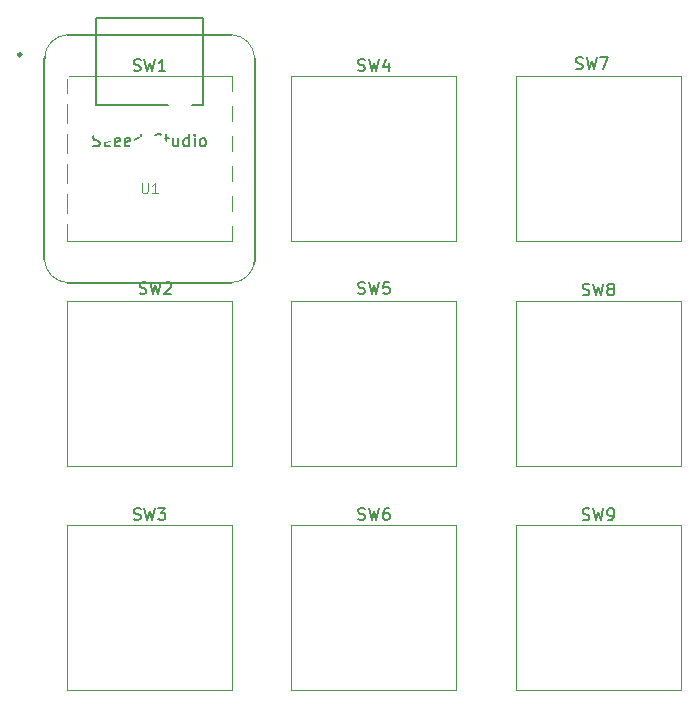
<source format=gbr>
G04 #@! TF.GenerationSoftware,KiCad,Pcbnew,8.0.6*
G04 #@! TF.CreationDate,2024-10-24T18:52:45+08:00*
G04 #@! TF.ProjectId,hackpad,6861636b-7061-4642-9e6b-696361645f70,rev?*
G04 #@! TF.SameCoordinates,Original*
G04 #@! TF.FileFunction,Legend,Top*
G04 #@! TF.FilePolarity,Positive*
%FSLAX46Y46*%
G04 Gerber Fmt 4.6, Leading zero omitted, Abs format (unit mm)*
G04 Created by KiCad (PCBNEW 8.0.6) date 2024-10-24 18:52:45*
%MOMM*%
%LPD*%
G01*
G04 APERTURE LIST*
%ADD10C,0.150000*%
%ADD11C,0.101600*%
%ADD12C,0.120000*%
%ADD13C,0.127000*%
%ADD14C,0.254000*%
%ADD15C,0.025400*%
%ADD16C,1.700000*%
%ADD17C,4.000000*%
%ADD18C,2.200000*%
%ADD19R,1.700000X1.700000*%
G04 APERTURE END LIST*
D10*
X155166667Y-89073200D02*
X155309524Y-89120819D01*
X155309524Y-89120819D02*
X155547619Y-89120819D01*
X155547619Y-89120819D02*
X155642857Y-89073200D01*
X155642857Y-89073200D02*
X155690476Y-89025580D01*
X155690476Y-89025580D02*
X155738095Y-88930342D01*
X155738095Y-88930342D02*
X155738095Y-88835104D01*
X155738095Y-88835104D02*
X155690476Y-88739866D01*
X155690476Y-88739866D02*
X155642857Y-88692247D01*
X155642857Y-88692247D02*
X155547619Y-88644628D01*
X155547619Y-88644628D02*
X155357143Y-88597009D01*
X155357143Y-88597009D02*
X155261905Y-88549390D01*
X155261905Y-88549390D02*
X155214286Y-88501771D01*
X155214286Y-88501771D02*
X155166667Y-88406533D01*
X155166667Y-88406533D02*
X155166667Y-88311295D01*
X155166667Y-88311295D02*
X155214286Y-88216057D01*
X155214286Y-88216057D02*
X155261905Y-88168438D01*
X155261905Y-88168438D02*
X155357143Y-88120819D01*
X155357143Y-88120819D02*
X155595238Y-88120819D01*
X155595238Y-88120819D02*
X155738095Y-88168438D01*
X156071429Y-88120819D02*
X156309524Y-89120819D01*
X156309524Y-89120819D02*
X156500000Y-88406533D01*
X156500000Y-88406533D02*
X156690476Y-89120819D01*
X156690476Y-89120819D02*
X156928572Y-88120819D01*
X157357143Y-89120819D02*
X157547619Y-89120819D01*
X157547619Y-89120819D02*
X157642857Y-89073200D01*
X157642857Y-89073200D02*
X157690476Y-89025580D01*
X157690476Y-89025580D02*
X157785714Y-88882723D01*
X157785714Y-88882723D02*
X157833333Y-88692247D01*
X157833333Y-88692247D02*
X157833333Y-88311295D01*
X157833333Y-88311295D02*
X157785714Y-88216057D01*
X157785714Y-88216057D02*
X157738095Y-88168438D01*
X157738095Y-88168438D02*
X157642857Y-88120819D01*
X157642857Y-88120819D02*
X157452381Y-88120819D01*
X157452381Y-88120819D02*
X157357143Y-88168438D01*
X157357143Y-88168438D02*
X157309524Y-88216057D01*
X157309524Y-88216057D02*
X157261905Y-88311295D01*
X157261905Y-88311295D02*
X157261905Y-88549390D01*
X157261905Y-88549390D02*
X157309524Y-88644628D01*
X157309524Y-88644628D02*
X157357143Y-88692247D01*
X157357143Y-88692247D02*
X157452381Y-88739866D01*
X157452381Y-88739866D02*
X157642857Y-88739866D01*
X157642857Y-88739866D02*
X157738095Y-88692247D01*
X157738095Y-88692247D02*
X157785714Y-88644628D01*
X157785714Y-88644628D02*
X157833333Y-88549390D01*
X154590667Y-50879730D02*
X154733524Y-50927349D01*
X154733524Y-50927349D02*
X154971619Y-50927349D01*
X154971619Y-50927349D02*
X155066857Y-50879730D01*
X155066857Y-50879730D02*
X155114476Y-50832110D01*
X155114476Y-50832110D02*
X155162095Y-50736872D01*
X155162095Y-50736872D02*
X155162095Y-50641634D01*
X155162095Y-50641634D02*
X155114476Y-50546396D01*
X155114476Y-50546396D02*
X155066857Y-50498777D01*
X155066857Y-50498777D02*
X154971619Y-50451158D01*
X154971619Y-50451158D02*
X154781143Y-50403539D01*
X154781143Y-50403539D02*
X154685905Y-50355920D01*
X154685905Y-50355920D02*
X154638286Y-50308301D01*
X154638286Y-50308301D02*
X154590667Y-50213063D01*
X154590667Y-50213063D02*
X154590667Y-50117825D01*
X154590667Y-50117825D02*
X154638286Y-50022587D01*
X154638286Y-50022587D02*
X154685905Y-49974968D01*
X154685905Y-49974968D02*
X154781143Y-49927349D01*
X154781143Y-49927349D02*
X155019238Y-49927349D01*
X155019238Y-49927349D02*
X155162095Y-49974968D01*
X155495429Y-49927349D02*
X155733524Y-50927349D01*
X155733524Y-50927349D02*
X155924000Y-50213063D01*
X155924000Y-50213063D02*
X156114476Y-50927349D01*
X156114476Y-50927349D02*
X156352572Y-49927349D01*
X156638286Y-49927349D02*
X157304952Y-49927349D01*
X157304952Y-49927349D02*
X156876381Y-50927349D01*
X117166667Y-89033200D02*
X117309524Y-89080819D01*
X117309524Y-89080819D02*
X117547619Y-89080819D01*
X117547619Y-89080819D02*
X117642857Y-89033200D01*
X117642857Y-89033200D02*
X117690476Y-88985580D01*
X117690476Y-88985580D02*
X117738095Y-88890342D01*
X117738095Y-88890342D02*
X117738095Y-88795104D01*
X117738095Y-88795104D02*
X117690476Y-88699866D01*
X117690476Y-88699866D02*
X117642857Y-88652247D01*
X117642857Y-88652247D02*
X117547619Y-88604628D01*
X117547619Y-88604628D02*
X117357143Y-88557009D01*
X117357143Y-88557009D02*
X117261905Y-88509390D01*
X117261905Y-88509390D02*
X117214286Y-88461771D01*
X117214286Y-88461771D02*
X117166667Y-88366533D01*
X117166667Y-88366533D02*
X117166667Y-88271295D01*
X117166667Y-88271295D02*
X117214286Y-88176057D01*
X117214286Y-88176057D02*
X117261905Y-88128438D01*
X117261905Y-88128438D02*
X117357143Y-88080819D01*
X117357143Y-88080819D02*
X117595238Y-88080819D01*
X117595238Y-88080819D02*
X117738095Y-88128438D01*
X118071429Y-88080819D02*
X118309524Y-89080819D01*
X118309524Y-89080819D02*
X118500000Y-88366533D01*
X118500000Y-88366533D02*
X118690476Y-89080819D01*
X118690476Y-89080819D02*
X118928572Y-88080819D01*
X119214286Y-88080819D02*
X119833333Y-88080819D01*
X119833333Y-88080819D02*
X119500000Y-88461771D01*
X119500000Y-88461771D02*
X119642857Y-88461771D01*
X119642857Y-88461771D02*
X119738095Y-88509390D01*
X119738095Y-88509390D02*
X119785714Y-88557009D01*
X119785714Y-88557009D02*
X119833333Y-88652247D01*
X119833333Y-88652247D02*
X119833333Y-88890342D01*
X119833333Y-88890342D02*
X119785714Y-88985580D01*
X119785714Y-88985580D02*
X119738095Y-89033200D01*
X119738095Y-89033200D02*
X119642857Y-89080819D01*
X119642857Y-89080819D02*
X119357143Y-89080819D01*
X119357143Y-89080819D02*
X119261905Y-89033200D01*
X119261905Y-89033200D02*
X119214286Y-88985580D01*
X117166667Y-51033200D02*
X117309524Y-51080819D01*
X117309524Y-51080819D02*
X117547619Y-51080819D01*
X117547619Y-51080819D02*
X117642857Y-51033200D01*
X117642857Y-51033200D02*
X117690476Y-50985580D01*
X117690476Y-50985580D02*
X117738095Y-50890342D01*
X117738095Y-50890342D02*
X117738095Y-50795104D01*
X117738095Y-50795104D02*
X117690476Y-50699866D01*
X117690476Y-50699866D02*
X117642857Y-50652247D01*
X117642857Y-50652247D02*
X117547619Y-50604628D01*
X117547619Y-50604628D02*
X117357143Y-50557009D01*
X117357143Y-50557009D02*
X117261905Y-50509390D01*
X117261905Y-50509390D02*
X117214286Y-50461771D01*
X117214286Y-50461771D02*
X117166667Y-50366533D01*
X117166667Y-50366533D02*
X117166667Y-50271295D01*
X117166667Y-50271295D02*
X117214286Y-50176057D01*
X117214286Y-50176057D02*
X117261905Y-50128438D01*
X117261905Y-50128438D02*
X117357143Y-50080819D01*
X117357143Y-50080819D02*
X117595238Y-50080819D01*
X117595238Y-50080819D02*
X117738095Y-50128438D01*
X118071429Y-50080819D02*
X118309524Y-51080819D01*
X118309524Y-51080819D02*
X118500000Y-50366533D01*
X118500000Y-50366533D02*
X118690476Y-51080819D01*
X118690476Y-51080819D02*
X118928572Y-50080819D01*
X119833333Y-51080819D02*
X119261905Y-51080819D01*
X119547619Y-51080819D02*
X119547619Y-50080819D01*
X119547619Y-50080819D02*
X119452381Y-50223676D01*
X119452381Y-50223676D02*
X119357143Y-50318914D01*
X119357143Y-50318914D02*
X119261905Y-50366533D01*
D11*
X117822666Y-60556985D02*
X117822666Y-61276652D01*
X117822666Y-61276652D02*
X117865000Y-61361318D01*
X117865000Y-61361318D02*
X117907333Y-61403652D01*
X117907333Y-61403652D02*
X117992000Y-61445985D01*
X117992000Y-61445985D02*
X118161333Y-61445985D01*
X118161333Y-61445985D02*
X118246000Y-61403652D01*
X118246000Y-61403652D02*
X118288333Y-61361318D01*
X118288333Y-61361318D02*
X118330666Y-61276652D01*
X118330666Y-61276652D02*
X118330666Y-60556985D01*
X119219666Y-61445985D02*
X118711666Y-61445985D01*
X118965666Y-61445985D02*
X118965666Y-60556985D01*
X118965666Y-60556985D02*
X118880999Y-60683985D01*
X118880999Y-60683985D02*
X118796333Y-60768652D01*
X118796333Y-60768652D02*
X118711666Y-60810985D01*
D10*
X113738095Y-57407200D02*
X113880952Y-57454819D01*
X113880952Y-57454819D02*
X114119047Y-57454819D01*
X114119047Y-57454819D02*
X114214285Y-57407200D01*
X114214285Y-57407200D02*
X114261904Y-57359580D01*
X114261904Y-57359580D02*
X114309523Y-57264342D01*
X114309523Y-57264342D02*
X114309523Y-57169104D01*
X114309523Y-57169104D02*
X114261904Y-57073866D01*
X114261904Y-57073866D02*
X114214285Y-57026247D01*
X114214285Y-57026247D02*
X114119047Y-56978628D01*
X114119047Y-56978628D02*
X113928571Y-56931009D01*
X113928571Y-56931009D02*
X113833333Y-56883390D01*
X113833333Y-56883390D02*
X113785714Y-56835771D01*
X113785714Y-56835771D02*
X113738095Y-56740533D01*
X113738095Y-56740533D02*
X113738095Y-56645295D01*
X113738095Y-56645295D02*
X113785714Y-56550057D01*
X113785714Y-56550057D02*
X113833333Y-56502438D01*
X113833333Y-56502438D02*
X113928571Y-56454819D01*
X113928571Y-56454819D02*
X114166666Y-56454819D01*
X114166666Y-56454819D02*
X114309523Y-56502438D01*
X115119047Y-57407200D02*
X115023809Y-57454819D01*
X115023809Y-57454819D02*
X114833333Y-57454819D01*
X114833333Y-57454819D02*
X114738095Y-57407200D01*
X114738095Y-57407200D02*
X114690476Y-57311961D01*
X114690476Y-57311961D02*
X114690476Y-56931009D01*
X114690476Y-56931009D02*
X114738095Y-56835771D01*
X114738095Y-56835771D02*
X114833333Y-56788152D01*
X114833333Y-56788152D02*
X115023809Y-56788152D01*
X115023809Y-56788152D02*
X115119047Y-56835771D01*
X115119047Y-56835771D02*
X115166666Y-56931009D01*
X115166666Y-56931009D02*
X115166666Y-57026247D01*
X115166666Y-57026247D02*
X114690476Y-57121485D01*
X115976190Y-57407200D02*
X115880952Y-57454819D01*
X115880952Y-57454819D02*
X115690476Y-57454819D01*
X115690476Y-57454819D02*
X115595238Y-57407200D01*
X115595238Y-57407200D02*
X115547619Y-57311961D01*
X115547619Y-57311961D02*
X115547619Y-56931009D01*
X115547619Y-56931009D02*
X115595238Y-56835771D01*
X115595238Y-56835771D02*
X115690476Y-56788152D01*
X115690476Y-56788152D02*
X115880952Y-56788152D01*
X115880952Y-56788152D02*
X115976190Y-56835771D01*
X115976190Y-56835771D02*
X116023809Y-56931009D01*
X116023809Y-56931009D02*
X116023809Y-57026247D01*
X116023809Y-57026247D02*
X115547619Y-57121485D01*
X116833333Y-57407200D02*
X116738095Y-57454819D01*
X116738095Y-57454819D02*
X116547619Y-57454819D01*
X116547619Y-57454819D02*
X116452381Y-57407200D01*
X116452381Y-57407200D02*
X116404762Y-57311961D01*
X116404762Y-57311961D02*
X116404762Y-56931009D01*
X116404762Y-56931009D02*
X116452381Y-56835771D01*
X116452381Y-56835771D02*
X116547619Y-56788152D01*
X116547619Y-56788152D02*
X116738095Y-56788152D01*
X116738095Y-56788152D02*
X116833333Y-56835771D01*
X116833333Y-56835771D02*
X116880952Y-56931009D01*
X116880952Y-56931009D02*
X116880952Y-57026247D01*
X116880952Y-57026247D02*
X116404762Y-57121485D01*
X117738095Y-57454819D02*
X117738095Y-56454819D01*
X117738095Y-57407200D02*
X117642857Y-57454819D01*
X117642857Y-57454819D02*
X117452381Y-57454819D01*
X117452381Y-57454819D02*
X117357143Y-57407200D01*
X117357143Y-57407200D02*
X117309524Y-57359580D01*
X117309524Y-57359580D02*
X117261905Y-57264342D01*
X117261905Y-57264342D02*
X117261905Y-56978628D01*
X117261905Y-56978628D02*
X117309524Y-56883390D01*
X117309524Y-56883390D02*
X117357143Y-56835771D01*
X117357143Y-56835771D02*
X117452381Y-56788152D01*
X117452381Y-56788152D02*
X117642857Y-56788152D01*
X117642857Y-56788152D02*
X117738095Y-56835771D01*
X118928572Y-57407200D02*
X119071429Y-57454819D01*
X119071429Y-57454819D02*
X119309524Y-57454819D01*
X119309524Y-57454819D02*
X119404762Y-57407200D01*
X119404762Y-57407200D02*
X119452381Y-57359580D01*
X119452381Y-57359580D02*
X119500000Y-57264342D01*
X119500000Y-57264342D02*
X119500000Y-57169104D01*
X119500000Y-57169104D02*
X119452381Y-57073866D01*
X119452381Y-57073866D02*
X119404762Y-57026247D01*
X119404762Y-57026247D02*
X119309524Y-56978628D01*
X119309524Y-56978628D02*
X119119048Y-56931009D01*
X119119048Y-56931009D02*
X119023810Y-56883390D01*
X119023810Y-56883390D02*
X118976191Y-56835771D01*
X118976191Y-56835771D02*
X118928572Y-56740533D01*
X118928572Y-56740533D02*
X118928572Y-56645295D01*
X118928572Y-56645295D02*
X118976191Y-56550057D01*
X118976191Y-56550057D02*
X119023810Y-56502438D01*
X119023810Y-56502438D02*
X119119048Y-56454819D01*
X119119048Y-56454819D02*
X119357143Y-56454819D01*
X119357143Y-56454819D02*
X119500000Y-56502438D01*
X119785715Y-56788152D02*
X120166667Y-56788152D01*
X119928572Y-56454819D02*
X119928572Y-57311961D01*
X119928572Y-57311961D02*
X119976191Y-57407200D01*
X119976191Y-57407200D02*
X120071429Y-57454819D01*
X120071429Y-57454819D02*
X120166667Y-57454819D01*
X120928572Y-56788152D02*
X120928572Y-57454819D01*
X120500001Y-56788152D02*
X120500001Y-57311961D01*
X120500001Y-57311961D02*
X120547620Y-57407200D01*
X120547620Y-57407200D02*
X120642858Y-57454819D01*
X120642858Y-57454819D02*
X120785715Y-57454819D01*
X120785715Y-57454819D02*
X120880953Y-57407200D01*
X120880953Y-57407200D02*
X120928572Y-57359580D01*
X121833334Y-57454819D02*
X121833334Y-56454819D01*
X121833334Y-57407200D02*
X121738096Y-57454819D01*
X121738096Y-57454819D02*
X121547620Y-57454819D01*
X121547620Y-57454819D02*
X121452382Y-57407200D01*
X121452382Y-57407200D02*
X121404763Y-57359580D01*
X121404763Y-57359580D02*
X121357144Y-57264342D01*
X121357144Y-57264342D02*
X121357144Y-56978628D01*
X121357144Y-56978628D02*
X121404763Y-56883390D01*
X121404763Y-56883390D02*
X121452382Y-56835771D01*
X121452382Y-56835771D02*
X121547620Y-56788152D01*
X121547620Y-56788152D02*
X121738096Y-56788152D01*
X121738096Y-56788152D02*
X121833334Y-56835771D01*
X122309525Y-57454819D02*
X122309525Y-56788152D01*
X122309525Y-56454819D02*
X122261906Y-56502438D01*
X122261906Y-56502438D02*
X122309525Y-56550057D01*
X122309525Y-56550057D02*
X122357144Y-56502438D01*
X122357144Y-56502438D02*
X122309525Y-56454819D01*
X122309525Y-56454819D02*
X122309525Y-56550057D01*
X122928572Y-57454819D02*
X122833334Y-57407200D01*
X122833334Y-57407200D02*
X122785715Y-57359580D01*
X122785715Y-57359580D02*
X122738096Y-57264342D01*
X122738096Y-57264342D02*
X122738096Y-56978628D01*
X122738096Y-56978628D02*
X122785715Y-56883390D01*
X122785715Y-56883390D02*
X122833334Y-56835771D01*
X122833334Y-56835771D02*
X122928572Y-56788152D01*
X122928572Y-56788152D02*
X123071429Y-56788152D01*
X123071429Y-56788152D02*
X123166667Y-56835771D01*
X123166667Y-56835771D02*
X123214286Y-56883390D01*
X123214286Y-56883390D02*
X123261905Y-56978628D01*
X123261905Y-56978628D02*
X123261905Y-57264342D01*
X123261905Y-57264342D02*
X123214286Y-57359580D01*
X123214286Y-57359580D02*
X123166667Y-57407200D01*
X123166667Y-57407200D02*
X123071429Y-57454819D01*
X123071429Y-57454819D02*
X122928572Y-57454819D01*
X116976191Y-58454819D02*
X117642857Y-59454819D01*
X117642857Y-58454819D02*
X116976191Y-59454819D01*
X118023810Y-59454819D02*
X118023810Y-58454819D01*
X118452381Y-59169104D02*
X118928571Y-59169104D01*
X118357143Y-59454819D02*
X118690476Y-58454819D01*
X118690476Y-58454819D02*
X119023809Y-59454819D01*
X119547619Y-58454819D02*
X119738095Y-58454819D01*
X119738095Y-58454819D02*
X119833333Y-58502438D01*
X119833333Y-58502438D02*
X119928571Y-58597676D01*
X119928571Y-58597676D02*
X119976190Y-58788152D01*
X119976190Y-58788152D02*
X119976190Y-59121485D01*
X119976190Y-59121485D02*
X119928571Y-59311961D01*
X119928571Y-59311961D02*
X119833333Y-59407200D01*
X119833333Y-59407200D02*
X119738095Y-59454819D01*
X119738095Y-59454819D02*
X119547619Y-59454819D01*
X119547619Y-59454819D02*
X119452381Y-59407200D01*
X119452381Y-59407200D02*
X119357143Y-59311961D01*
X119357143Y-59311961D02*
X119309524Y-59121485D01*
X119309524Y-59121485D02*
X119309524Y-58788152D01*
X119309524Y-58788152D02*
X119357143Y-58597676D01*
X119357143Y-58597676D02*
X119452381Y-58502438D01*
X119452381Y-58502438D02*
X119547619Y-58454819D01*
X155166667Y-70033200D02*
X155309524Y-70080819D01*
X155309524Y-70080819D02*
X155547619Y-70080819D01*
X155547619Y-70080819D02*
X155642857Y-70033200D01*
X155642857Y-70033200D02*
X155690476Y-69985580D01*
X155690476Y-69985580D02*
X155738095Y-69890342D01*
X155738095Y-69890342D02*
X155738095Y-69795104D01*
X155738095Y-69795104D02*
X155690476Y-69699866D01*
X155690476Y-69699866D02*
X155642857Y-69652247D01*
X155642857Y-69652247D02*
X155547619Y-69604628D01*
X155547619Y-69604628D02*
X155357143Y-69557009D01*
X155357143Y-69557009D02*
X155261905Y-69509390D01*
X155261905Y-69509390D02*
X155214286Y-69461771D01*
X155214286Y-69461771D02*
X155166667Y-69366533D01*
X155166667Y-69366533D02*
X155166667Y-69271295D01*
X155166667Y-69271295D02*
X155214286Y-69176057D01*
X155214286Y-69176057D02*
X155261905Y-69128438D01*
X155261905Y-69128438D02*
X155357143Y-69080819D01*
X155357143Y-69080819D02*
X155595238Y-69080819D01*
X155595238Y-69080819D02*
X155738095Y-69128438D01*
X156071429Y-69080819D02*
X156309524Y-70080819D01*
X156309524Y-70080819D02*
X156500000Y-69366533D01*
X156500000Y-69366533D02*
X156690476Y-70080819D01*
X156690476Y-70080819D02*
X156928572Y-69080819D01*
X157452381Y-69509390D02*
X157357143Y-69461771D01*
X157357143Y-69461771D02*
X157309524Y-69414152D01*
X157309524Y-69414152D02*
X157261905Y-69318914D01*
X157261905Y-69318914D02*
X157261905Y-69271295D01*
X157261905Y-69271295D02*
X157309524Y-69176057D01*
X157309524Y-69176057D02*
X157357143Y-69128438D01*
X157357143Y-69128438D02*
X157452381Y-69080819D01*
X157452381Y-69080819D02*
X157642857Y-69080819D01*
X157642857Y-69080819D02*
X157738095Y-69128438D01*
X157738095Y-69128438D02*
X157785714Y-69176057D01*
X157785714Y-69176057D02*
X157833333Y-69271295D01*
X157833333Y-69271295D02*
X157833333Y-69318914D01*
X157833333Y-69318914D02*
X157785714Y-69414152D01*
X157785714Y-69414152D02*
X157738095Y-69461771D01*
X157738095Y-69461771D02*
X157642857Y-69509390D01*
X157642857Y-69509390D02*
X157452381Y-69509390D01*
X157452381Y-69509390D02*
X157357143Y-69557009D01*
X157357143Y-69557009D02*
X157309524Y-69604628D01*
X157309524Y-69604628D02*
X157261905Y-69699866D01*
X157261905Y-69699866D02*
X157261905Y-69890342D01*
X157261905Y-69890342D02*
X157309524Y-69985580D01*
X157309524Y-69985580D02*
X157357143Y-70033200D01*
X157357143Y-70033200D02*
X157452381Y-70080819D01*
X157452381Y-70080819D02*
X157642857Y-70080819D01*
X157642857Y-70080819D02*
X157738095Y-70033200D01*
X157738095Y-70033200D02*
X157785714Y-69985580D01*
X157785714Y-69985580D02*
X157833333Y-69890342D01*
X157833333Y-69890342D02*
X157833333Y-69699866D01*
X157833333Y-69699866D02*
X157785714Y-69604628D01*
X157785714Y-69604628D02*
X157738095Y-69557009D01*
X157738095Y-69557009D02*
X157642857Y-69509390D01*
X136166667Y-69907200D02*
X136309524Y-69954819D01*
X136309524Y-69954819D02*
X136547619Y-69954819D01*
X136547619Y-69954819D02*
X136642857Y-69907200D01*
X136642857Y-69907200D02*
X136690476Y-69859580D01*
X136690476Y-69859580D02*
X136738095Y-69764342D01*
X136738095Y-69764342D02*
X136738095Y-69669104D01*
X136738095Y-69669104D02*
X136690476Y-69573866D01*
X136690476Y-69573866D02*
X136642857Y-69526247D01*
X136642857Y-69526247D02*
X136547619Y-69478628D01*
X136547619Y-69478628D02*
X136357143Y-69431009D01*
X136357143Y-69431009D02*
X136261905Y-69383390D01*
X136261905Y-69383390D02*
X136214286Y-69335771D01*
X136214286Y-69335771D02*
X136166667Y-69240533D01*
X136166667Y-69240533D02*
X136166667Y-69145295D01*
X136166667Y-69145295D02*
X136214286Y-69050057D01*
X136214286Y-69050057D02*
X136261905Y-69002438D01*
X136261905Y-69002438D02*
X136357143Y-68954819D01*
X136357143Y-68954819D02*
X136595238Y-68954819D01*
X136595238Y-68954819D02*
X136738095Y-69002438D01*
X137071429Y-68954819D02*
X137309524Y-69954819D01*
X137309524Y-69954819D02*
X137500000Y-69240533D01*
X137500000Y-69240533D02*
X137690476Y-69954819D01*
X137690476Y-69954819D02*
X137928572Y-68954819D01*
X138785714Y-68954819D02*
X138309524Y-68954819D01*
X138309524Y-68954819D02*
X138261905Y-69431009D01*
X138261905Y-69431009D02*
X138309524Y-69383390D01*
X138309524Y-69383390D02*
X138404762Y-69335771D01*
X138404762Y-69335771D02*
X138642857Y-69335771D01*
X138642857Y-69335771D02*
X138738095Y-69383390D01*
X138738095Y-69383390D02*
X138785714Y-69431009D01*
X138785714Y-69431009D02*
X138833333Y-69526247D01*
X138833333Y-69526247D02*
X138833333Y-69764342D01*
X138833333Y-69764342D02*
X138785714Y-69859580D01*
X138785714Y-69859580D02*
X138738095Y-69907200D01*
X138738095Y-69907200D02*
X138642857Y-69954819D01*
X138642857Y-69954819D02*
X138404762Y-69954819D01*
X138404762Y-69954819D02*
X138309524Y-69907200D01*
X138309524Y-69907200D02*
X138261905Y-69859580D01*
X136166667Y-89033200D02*
X136309524Y-89080819D01*
X136309524Y-89080819D02*
X136547619Y-89080819D01*
X136547619Y-89080819D02*
X136642857Y-89033200D01*
X136642857Y-89033200D02*
X136690476Y-88985580D01*
X136690476Y-88985580D02*
X136738095Y-88890342D01*
X136738095Y-88890342D02*
X136738095Y-88795104D01*
X136738095Y-88795104D02*
X136690476Y-88699866D01*
X136690476Y-88699866D02*
X136642857Y-88652247D01*
X136642857Y-88652247D02*
X136547619Y-88604628D01*
X136547619Y-88604628D02*
X136357143Y-88557009D01*
X136357143Y-88557009D02*
X136261905Y-88509390D01*
X136261905Y-88509390D02*
X136214286Y-88461771D01*
X136214286Y-88461771D02*
X136166667Y-88366533D01*
X136166667Y-88366533D02*
X136166667Y-88271295D01*
X136166667Y-88271295D02*
X136214286Y-88176057D01*
X136214286Y-88176057D02*
X136261905Y-88128438D01*
X136261905Y-88128438D02*
X136357143Y-88080819D01*
X136357143Y-88080819D02*
X136595238Y-88080819D01*
X136595238Y-88080819D02*
X136738095Y-88128438D01*
X137071429Y-88080819D02*
X137309524Y-89080819D01*
X137309524Y-89080819D02*
X137500000Y-88366533D01*
X137500000Y-88366533D02*
X137690476Y-89080819D01*
X137690476Y-89080819D02*
X137928572Y-88080819D01*
X138738095Y-88080819D02*
X138547619Y-88080819D01*
X138547619Y-88080819D02*
X138452381Y-88128438D01*
X138452381Y-88128438D02*
X138404762Y-88176057D01*
X138404762Y-88176057D02*
X138309524Y-88318914D01*
X138309524Y-88318914D02*
X138261905Y-88509390D01*
X138261905Y-88509390D02*
X138261905Y-88890342D01*
X138261905Y-88890342D02*
X138309524Y-88985580D01*
X138309524Y-88985580D02*
X138357143Y-89033200D01*
X138357143Y-89033200D02*
X138452381Y-89080819D01*
X138452381Y-89080819D02*
X138642857Y-89080819D01*
X138642857Y-89080819D02*
X138738095Y-89033200D01*
X138738095Y-89033200D02*
X138785714Y-88985580D01*
X138785714Y-88985580D02*
X138833333Y-88890342D01*
X138833333Y-88890342D02*
X138833333Y-88652247D01*
X138833333Y-88652247D02*
X138785714Y-88557009D01*
X138785714Y-88557009D02*
X138738095Y-88509390D01*
X138738095Y-88509390D02*
X138642857Y-88461771D01*
X138642857Y-88461771D02*
X138452381Y-88461771D01*
X138452381Y-88461771D02*
X138357143Y-88509390D01*
X138357143Y-88509390D02*
X138309524Y-88557009D01*
X138309524Y-88557009D02*
X138261905Y-88652247D01*
X117666667Y-69907200D02*
X117809524Y-69954819D01*
X117809524Y-69954819D02*
X118047619Y-69954819D01*
X118047619Y-69954819D02*
X118142857Y-69907200D01*
X118142857Y-69907200D02*
X118190476Y-69859580D01*
X118190476Y-69859580D02*
X118238095Y-69764342D01*
X118238095Y-69764342D02*
X118238095Y-69669104D01*
X118238095Y-69669104D02*
X118190476Y-69573866D01*
X118190476Y-69573866D02*
X118142857Y-69526247D01*
X118142857Y-69526247D02*
X118047619Y-69478628D01*
X118047619Y-69478628D02*
X117857143Y-69431009D01*
X117857143Y-69431009D02*
X117761905Y-69383390D01*
X117761905Y-69383390D02*
X117714286Y-69335771D01*
X117714286Y-69335771D02*
X117666667Y-69240533D01*
X117666667Y-69240533D02*
X117666667Y-69145295D01*
X117666667Y-69145295D02*
X117714286Y-69050057D01*
X117714286Y-69050057D02*
X117761905Y-69002438D01*
X117761905Y-69002438D02*
X117857143Y-68954819D01*
X117857143Y-68954819D02*
X118095238Y-68954819D01*
X118095238Y-68954819D02*
X118238095Y-69002438D01*
X118571429Y-68954819D02*
X118809524Y-69954819D01*
X118809524Y-69954819D02*
X119000000Y-69240533D01*
X119000000Y-69240533D02*
X119190476Y-69954819D01*
X119190476Y-69954819D02*
X119428572Y-68954819D01*
X119761905Y-69050057D02*
X119809524Y-69002438D01*
X119809524Y-69002438D02*
X119904762Y-68954819D01*
X119904762Y-68954819D02*
X120142857Y-68954819D01*
X120142857Y-68954819D02*
X120238095Y-69002438D01*
X120238095Y-69002438D02*
X120285714Y-69050057D01*
X120285714Y-69050057D02*
X120333333Y-69145295D01*
X120333333Y-69145295D02*
X120333333Y-69240533D01*
X120333333Y-69240533D02*
X120285714Y-69383390D01*
X120285714Y-69383390D02*
X119714286Y-69954819D01*
X119714286Y-69954819D02*
X120333333Y-69954819D01*
X136166667Y-51033200D02*
X136309524Y-51080819D01*
X136309524Y-51080819D02*
X136547619Y-51080819D01*
X136547619Y-51080819D02*
X136642857Y-51033200D01*
X136642857Y-51033200D02*
X136690476Y-50985580D01*
X136690476Y-50985580D02*
X136738095Y-50890342D01*
X136738095Y-50890342D02*
X136738095Y-50795104D01*
X136738095Y-50795104D02*
X136690476Y-50699866D01*
X136690476Y-50699866D02*
X136642857Y-50652247D01*
X136642857Y-50652247D02*
X136547619Y-50604628D01*
X136547619Y-50604628D02*
X136357143Y-50557009D01*
X136357143Y-50557009D02*
X136261905Y-50509390D01*
X136261905Y-50509390D02*
X136214286Y-50461771D01*
X136214286Y-50461771D02*
X136166667Y-50366533D01*
X136166667Y-50366533D02*
X136166667Y-50271295D01*
X136166667Y-50271295D02*
X136214286Y-50176057D01*
X136214286Y-50176057D02*
X136261905Y-50128438D01*
X136261905Y-50128438D02*
X136357143Y-50080819D01*
X136357143Y-50080819D02*
X136595238Y-50080819D01*
X136595238Y-50080819D02*
X136738095Y-50128438D01*
X137071429Y-50080819D02*
X137309524Y-51080819D01*
X137309524Y-51080819D02*
X137500000Y-50366533D01*
X137500000Y-50366533D02*
X137690476Y-51080819D01*
X137690476Y-51080819D02*
X137928572Y-50080819D01*
X138738095Y-50414152D02*
X138738095Y-51080819D01*
X138500000Y-50033200D02*
X138261905Y-50747485D01*
X138261905Y-50747485D02*
X138880952Y-50747485D01*
D12*
X149515000Y-89555000D02*
X163485000Y-89555000D01*
X149515000Y-103525000D02*
X149515000Y-89555000D01*
X163485000Y-89555000D02*
X163485000Y-103525000D01*
X163485000Y-103525000D02*
X149515000Y-103525000D01*
X149515000Y-51515000D02*
X163485000Y-51515000D01*
X149515000Y-65485000D02*
X149515000Y-51515000D01*
X163485000Y-51515000D02*
X163485000Y-65485000D01*
X163485000Y-65485000D02*
X149515000Y-65485000D01*
X111515000Y-89515000D02*
X125485000Y-89515000D01*
X111515000Y-103485000D02*
X111515000Y-89515000D01*
X125485000Y-89515000D02*
X125485000Y-103485000D01*
X125485000Y-103485000D02*
X111515000Y-103485000D01*
X111515000Y-51515000D02*
X125485000Y-51515000D01*
X111515000Y-65485000D02*
X111515000Y-51515000D01*
X125485000Y-51515000D02*
X125485000Y-65485000D01*
X125485000Y-65485000D02*
X111515000Y-65485000D01*
D13*
X109600000Y-50000000D02*
X109600000Y-67000000D01*
X111600000Y-69000000D02*
X125400000Y-69000000D01*
X114000000Y-46575970D02*
X123000000Y-46575970D01*
X114000000Y-53929270D02*
X114000000Y-46575970D01*
X123000000Y-46575970D02*
X123000000Y-53929270D01*
X123000000Y-53929270D02*
X114000000Y-53929270D01*
X125400000Y-48000910D02*
X111600000Y-48000910D01*
X127400000Y-67000000D02*
X127400000Y-50000000D01*
D12*
X109600000Y-50000000D02*
G75*
G02*
X111600000Y-48000000I2044612J-44612D01*
G01*
X111600000Y-69000000D02*
G75*
G02*
X109600000Y-67000000I44857J2044857D01*
G01*
X125400000Y-48000000D02*
G75*
G02*
X127400000Y-50000000I-44600J-2044600D01*
G01*
X127400000Y-67000000D02*
G75*
G02*
X125400000Y-69000000I-2000000J0D01*
G01*
D14*
X107627000Y-49700000D02*
G75*
G02*
X107373000Y-49700000I-127000J0D01*
G01*
X107373000Y-49700000D02*
G75*
G02*
X107627000Y-49700000I127000J0D01*
G01*
D15*
X109612285Y-49938295D02*
X109615333Y-49889527D01*
X109619397Y-49840506D01*
X109612285Y-49938295D01*
X127387713Y-67070850D02*
X127384665Y-67119618D01*
X127380601Y-67168639D01*
X127375268Y-67217407D01*
X127368664Y-67266175D01*
X127361044Y-67314690D01*
X127352153Y-67362950D01*
X127342248Y-67410955D01*
X127389492Y-67021574D01*
X127387713Y-67070850D01*
D12*
X149515000Y-70515000D02*
X163485000Y-70515000D01*
X149515000Y-84485000D02*
X149515000Y-70515000D01*
X163485000Y-70515000D02*
X163485000Y-84485000D01*
X163485000Y-84485000D02*
X149515000Y-84485000D01*
X130515000Y-70515000D02*
X144485000Y-70515000D01*
X130515000Y-84485000D02*
X130515000Y-70515000D01*
X144485000Y-70515000D02*
X144485000Y-84485000D01*
X144485000Y-84485000D02*
X130515000Y-84485000D01*
X130515000Y-89515000D02*
X144485000Y-89515000D01*
X130515000Y-103485000D02*
X130515000Y-89515000D01*
X144485000Y-89515000D02*
X144485000Y-103485000D01*
X144485000Y-103485000D02*
X130515000Y-103485000D01*
X111515000Y-70515000D02*
X125485000Y-70515000D01*
X111515000Y-84485000D02*
X111515000Y-70515000D01*
X125485000Y-70515000D02*
X125485000Y-84485000D01*
X125485000Y-84485000D02*
X111515000Y-84485000D01*
X130515000Y-51515000D02*
X144485000Y-51515000D01*
X130515000Y-65485000D02*
X130515000Y-51515000D01*
X144485000Y-51515000D02*
X144485000Y-65485000D01*
X144485000Y-65485000D02*
X130515000Y-65485000D01*
%LPC*%
D16*
X151420000Y-96540000D03*
D17*
X156500000Y-96540000D03*
D16*
X161580000Y-96540000D03*
D18*
X159040000Y-91460000D03*
X152690000Y-94000000D03*
D16*
X151420000Y-58500000D03*
D17*
X156500000Y-58500000D03*
D16*
X161580000Y-58500000D03*
D18*
X159040000Y-53420000D03*
X152690000Y-55960000D03*
D16*
X113420000Y-96500000D03*
D17*
X118500000Y-96500000D03*
D16*
X123580000Y-96500000D03*
D18*
X121040000Y-91420000D03*
X114690000Y-93960000D03*
D16*
X113420000Y-58500000D03*
D17*
X118500000Y-58500000D03*
D16*
X123580000Y-58500000D03*
D18*
X121040000Y-53420000D03*
X114690000Y-55960000D03*
D19*
X110875000Y-50880000D03*
D16*
X110875000Y-53420000D03*
X110875000Y-55960000D03*
X110875000Y-58500000D03*
X110875000Y-61040000D03*
X110875000Y-63580000D03*
X110875000Y-66120000D03*
X126125000Y-66120000D03*
X126125000Y-63580000D03*
X126125000Y-61040000D03*
X126125000Y-58500000D03*
X126125000Y-55960000D03*
X126125000Y-53420000D03*
X126125000Y-50880000D03*
X151420000Y-77500000D03*
D17*
X156500000Y-77500000D03*
D16*
X161580000Y-77500000D03*
D18*
X159040000Y-72420000D03*
X152690000Y-74960000D03*
D16*
X132420000Y-77500000D03*
D17*
X137500000Y-77500000D03*
D16*
X142580000Y-77500000D03*
D18*
X140040000Y-72420000D03*
X133690000Y-74960000D03*
D16*
X132420000Y-96500000D03*
D17*
X137500000Y-96500000D03*
D16*
X142580000Y-96500000D03*
D18*
X140040000Y-91420000D03*
X133690000Y-93960000D03*
D16*
X113420000Y-77500000D03*
D17*
X118500000Y-77500000D03*
D16*
X123580000Y-77500000D03*
D18*
X121040000Y-72420000D03*
X114690000Y-74960000D03*
D16*
X132420000Y-58500000D03*
D17*
X137500000Y-58500000D03*
D16*
X142580000Y-58500000D03*
D18*
X140040000Y-53420000D03*
X133690000Y-55960000D03*
%LPD*%
M02*

</source>
